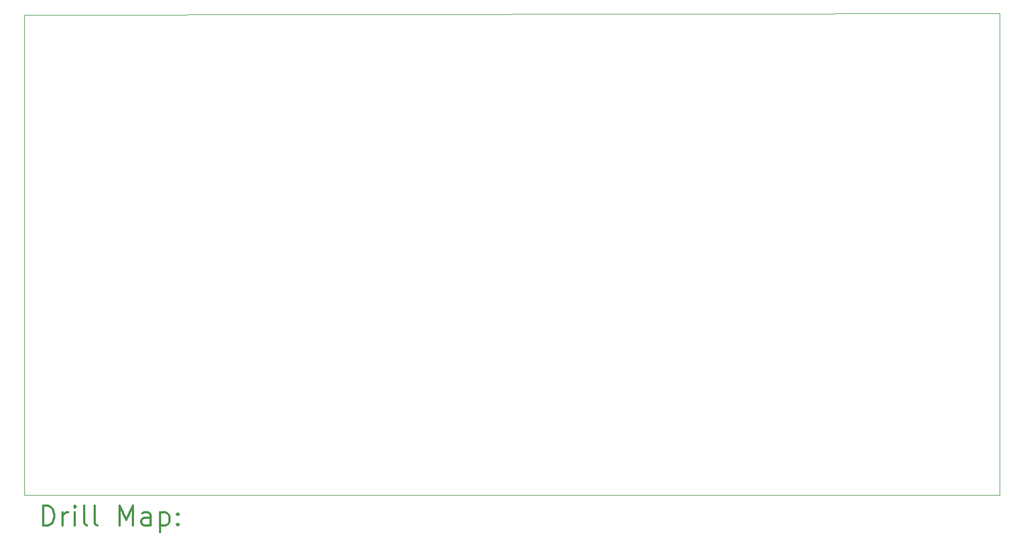
<source format=gbr>
%FSLAX45Y45*%
G04 Gerber Fmt 4.5, Leading zero omitted, Abs format (unit mm)*
G04 Created by KiCad (PCBNEW (5.1.10)-1) date 2022-03-19 16:07:48*
%MOMM*%
%LPD*%
G01*
G04 APERTURE LIST*
%TA.AperFunction,Profile*%
%ADD10C,0.050000*%
%TD*%
%ADD11C,0.200000*%
%ADD12C,0.300000*%
G04 APERTURE END LIST*
D10*
X17449800Y-2489200D02*
X17373600Y-2489200D01*
X17449800Y-9855200D02*
X17449800Y-2489200D01*
X17373600Y-9855200D02*
X17449800Y-9855200D01*
X9118600Y-9855200D02*
X17373600Y-9855200D01*
X17373600Y-2489200D02*
X2540000Y-2514600D01*
X2540000Y-9855200D02*
X9118600Y-9855200D01*
X2540000Y-9652000D02*
X2540000Y-9855200D01*
X2540000Y-2514600D02*
X2540000Y-9652000D01*
D11*
D12*
X2823928Y-10323414D02*
X2823928Y-10023414D01*
X2895357Y-10023414D01*
X2938214Y-10037700D01*
X2966786Y-10066272D01*
X2981071Y-10094843D01*
X2995357Y-10151986D01*
X2995357Y-10194843D01*
X2981071Y-10251986D01*
X2966786Y-10280557D01*
X2938214Y-10309129D01*
X2895357Y-10323414D01*
X2823928Y-10323414D01*
X3123928Y-10323414D02*
X3123928Y-10123414D01*
X3123928Y-10180557D02*
X3138214Y-10151986D01*
X3152500Y-10137700D01*
X3181071Y-10123414D01*
X3209643Y-10123414D01*
X3309643Y-10323414D02*
X3309643Y-10123414D01*
X3309643Y-10023414D02*
X3295357Y-10037700D01*
X3309643Y-10051986D01*
X3323928Y-10037700D01*
X3309643Y-10023414D01*
X3309643Y-10051986D01*
X3495357Y-10323414D02*
X3466786Y-10309129D01*
X3452500Y-10280557D01*
X3452500Y-10023414D01*
X3652500Y-10323414D02*
X3623928Y-10309129D01*
X3609643Y-10280557D01*
X3609643Y-10023414D01*
X3995357Y-10323414D02*
X3995357Y-10023414D01*
X4095357Y-10237700D01*
X4195357Y-10023414D01*
X4195357Y-10323414D01*
X4466786Y-10323414D02*
X4466786Y-10166272D01*
X4452500Y-10137700D01*
X4423928Y-10123414D01*
X4366786Y-10123414D01*
X4338214Y-10137700D01*
X4466786Y-10309129D02*
X4438214Y-10323414D01*
X4366786Y-10323414D01*
X4338214Y-10309129D01*
X4323928Y-10280557D01*
X4323928Y-10251986D01*
X4338214Y-10223414D01*
X4366786Y-10209129D01*
X4438214Y-10209129D01*
X4466786Y-10194843D01*
X4609643Y-10123414D02*
X4609643Y-10423414D01*
X4609643Y-10137700D02*
X4638214Y-10123414D01*
X4695357Y-10123414D01*
X4723928Y-10137700D01*
X4738214Y-10151986D01*
X4752500Y-10180557D01*
X4752500Y-10266272D01*
X4738214Y-10294843D01*
X4723928Y-10309129D01*
X4695357Y-10323414D01*
X4638214Y-10323414D01*
X4609643Y-10309129D01*
X4881071Y-10294843D02*
X4895357Y-10309129D01*
X4881071Y-10323414D01*
X4866786Y-10309129D01*
X4881071Y-10294843D01*
X4881071Y-10323414D01*
X4881071Y-10137700D02*
X4895357Y-10151986D01*
X4881071Y-10166272D01*
X4866786Y-10151986D01*
X4881071Y-10137700D01*
X4881071Y-10166272D01*
M02*

</source>
